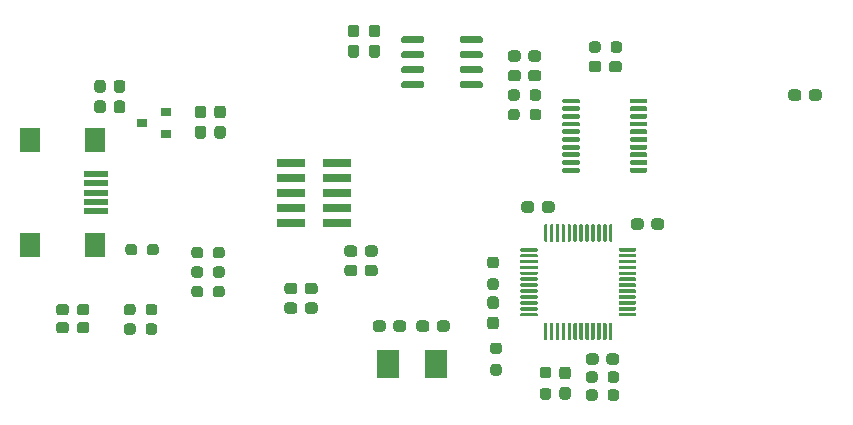
<source format=gtp>
G04 #@! TF.GenerationSoftware,KiCad,Pcbnew,(5.1.10)-1*
G04 #@! TF.CreationDate,2021-06-16T11:20:36+02:00*
G04 #@! TF.ProjectId,MSPBMP,4d535042-4d50-42e6-9b69-6361645f7063,rev?*
G04 #@! TF.SameCoordinates,Original*
G04 #@! TF.FileFunction,Paste,Top*
G04 #@! TF.FilePolarity,Positive*
%FSLAX46Y46*%
G04 Gerber Fmt 4.6, Leading zero omitted, Abs format (unit mm)*
G04 Created by KiCad (PCBNEW (5.1.10)-1) date 2021-06-16 11:20:36*
%MOMM*%
%LPD*%
G01*
G04 APERTURE LIST*
%ADD10R,1.700000X2.000000*%
%ADD11R,2.000000X0.500000*%
%ADD12R,1.900000X2.400000*%
%ADD13R,0.900000X0.800000*%
%ADD14R,2.400000X0.740000*%
G04 APERTURE END LIST*
D10*
X64968000Y-74300000D03*
X70418000Y-74300000D03*
X64968000Y-65400000D03*
X70418000Y-65400000D03*
D11*
X70518000Y-71450000D03*
X70518000Y-70650000D03*
X70518000Y-69850000D03*
X70518000Y-69050000D03*
X70518000Y-68250000D03*
D12*
X95232000Y-84328000D03*
X99332000Y-84328000D03*
G36*
G01*
X93289000Y-76691500D02*
X93289000Y-76216500D01*
G75*
G02*
X93526500Y-75979000I237500J0D01*
G01*
X94126500Y-75979000D01*
G75*
G02*
X94364000Y-76216500I0J-237500D01*
G01*
X94364000Y-76691500D01*
G75*
G02*
X94126500Y-76929000I-237500J0D01*
G01*
X93526500Y-76929000D01*
G75*
G02*
X93289000Y-76691500I0J237500D01*
G01*
G37*
G36*
G01*
X91564000Y-76691500D02*
X91564000Y-76216500D01*
G75*
G02*
X91801500Y-75979000I237500J0D01*
G01*
X92401500Y-75979000D01*
G75*
G02*
X92639000Y-76216500I0J-237500D01*
G01*
X92639000Y-76691500D01*
G75*
G02*
X92401500Y-76929000I-237500J0D01*
G01*
X91801500Y-76929000D01*
G75*
G02*
X91564000Y-76691500I0J237500D01*
G01*
G37*
G36*
G01*
X93289000Y-75040500D02*
X93289000Y-74565500D01*
G75*
G02*
X93526500Y-74328000I237500J0D01*
G01*
X94126500Y-74328000D01*
G75*
G02*
X94364000Y-74565500I0J-237500D01*
G01*
X94364000Y-75040500D01*
G75*
G02*
X94126500Y-75278000I-237500J0D01*
G01*
X93526500Y-75278000D01*
G75*
G02*
X93289000Y-75040500I0J237500D01*
G01*
G37*
G36*
G01*
X91564000Y-75040500D02*
X91564000Y-74565500D01*
G75*
G02*
X91801500Y-74328000I237500J0D01*
G01*
X92401500Y-74328000D01*
G75*
G02*
X92639000Y-74565500I0J-237500D01*
G01*
X92639000Y-75040500D01*
G75*
G02*
X92401500Y-75278000I-237500J0D01*
G01*
X91801500Y-75278000D01*
G75*
G02*
X91564000Y-75040500I0J237500D01*
G01*
G37*
G36*
G01*
X87559000Y-79391500D02*
X87559000Y-79866500D01*
G75*
G02*
X87321500Y-80104000I-237500J0D01*
G01*
X86721500Y-80104000D01*
G75*
G02*
X86484000Y-79866500I0J237500D01*
G01*
X86484000Y-79391500D01*
G75*
G02*
X86721500Y-79154000I237500J0D01*
G01*
X87321500Y-79154000D01*
G75*
G02*
X87559000Y-79391500I0J-237500D01*
G01*
G37*
G36*
G01*
X89284000Y-79391500D02*
X89284000Y-79866500D01*
G75*
G02*
X89046500Y-80104000I-237500J0D01*
G01*
X88446500Y-80104000D01*
G75*
G02*
X88209000Y-79866500I0J237500D01*
G01*
X88209000Y-79391500D01*
G75*
G02*
X88446500Y-79154000I237500J0D01*
G01*
X89046500Y-79154000D01*
G75*
G02*
X89284000Y-79391500I0J-237500D01*
G01*
G37*
G36*
G01*
X113240000Y-57293500D02*
X113240000Y-57768500D01*
G75*
G02*
X113002500Y-58006000I-237500J0D01*
G01*
X112502500Y-58006000D01*
G75*
G02*
X112265000Y-57768500I0J237500D01*
G01*
X112265000Y-57293500D01*
G75*
G02*
X112502500Y-57056000I237500J0D01*
G01*
X113002500Y-57056000D01*
G75*
G02*
X113240000Y-57293500I0J-237500D01*
G01*
G37*
G36*
G01*
X115065000Y-57293500D02*
X115065000Y-57768500D01*
G75*
G02*
X114827500Y-58006000I-237500J0D01*
G01*
X114327500Y-58006000D01*
G75*
G02*
X114090000Y-57768500I0J237500D01*
G01*
X114090000Y-57293500D01*
G75*
G02*
X114327500Y-57056000I237500J0D01*
G01*
X114827500Y-57056000D01*
G75*
G02*
X115065000Y-57293500I0J-237500D01*
G01*
G37*
G36*
G01*
X108347500Y-86404000D02*
X108822500Y-86404000D01*
G75*
G02*
X109060000Y-86641500I0J-237500D01*
G01*
X109060000Y-87141500D01*
G75*
G02*
X108822500Y-87379000I-237500J0D01*
G01*
X108347500Y-87379000D01*
G75*
G02*
X108110000Y-87141500I0J237500D01*
G01*
X108110000Y-86641500D01*
G75*
G02*
X108347500Y-86404000I237500J0D01*
G01*
G37*
G36*
G01*
X108347500Y-84579000D02*
X108822500Y-84579000D01*
G75*
G02*
X109060000Y-84816500I0J-237500D01*
G01*
X109060000Y-85316500D01*
G75*
G02*
X108822500Y-85554000I-237500J0D01*
G01*
X108347500Y-85554000D01*
G75*
G02*
X108110000Y-85316500I0J237500D01*
G01*
X108110000Y-84816500D01*
G75*
G02*
X108347500Y-84579000I237500J0D01*
G01*
G37*
G36*
G01*
X109998500Y-86304000D02*
X110473500Y-86304000D01*
G75*
G02*
X110711000Y-86541500I0J-237500D01*
G01*
X110711000Y-87141500D01*
G75*
G02*
X110473500Y-87379000I-237500J0D01*
G01*
X109998500Y-87379000D01*
G75*
G02*
X109761000Y-87141500I0J237500D01*
G01*
X109761000Y-86541500D01*
G75*
G02*
X109998500Y-86304000I237500J0D01*
G01*
G37*
G36*
G01*
X109998500Y-84579000D02*
X110473500Y-84579000D01*
G75*
G02*
X110711000Y-84816500I0J-237500D01*
G01*
X110711000Y-85416500D01*
G75*
G02*
X110473500Y-85654000I-237500J0D01*
G01*
X109998500Y-85654000D01*
G75*
G02*
X109761000Y-85416500I0J237500D01*
G01*
X109761000Y-84816500D01*
G75*
G02*
X109998500Y-84579000I237500J0D01*
G01*
G37*
G36*
G01*
X113836000Y-85708500D02*
X113836000Y-85233500D01*
G75*
G02*
X114073500Y-84996000I237500J0D01*
G01*
X114573500Y-84996000D01*
G75*
G02*
X114811000Y-85233500I0J-237500D01*
G01*
X114811000Y-85708500D01*
G75*
G02*
X114573500Y-85946000I-237500J0D01*
G01*
X114073500Y-85946000D01*
G75*
G02*
X113836000Y-85708500I0J237500D01*
G01*
G37*
G36*
G01*
X112011000Y-85708500D02*
X112011000Y-85233500D01*
G75*
G02*
X112248500Y-84996000I237500J0D01*
G01*
X112748500Y-84996000D01*
G75*
G02*
X112986000Y-85233500I0J-237500D01*
G01*
X112986000Y-85708500D01*
G75*
G02*
X112748500Y-85946000I-237500J0D01*
G01*
X112248500Y-85946000D01*
G75*
G02*
X112011000Y-85708500I0J237500D01*
G01*
G37*
G36*
G01*
X113836000Y-87232500D02*
X113836000Y-86757500D01*
G75*
G02*
X114073500Y-86520000I237500J0D01*
G01*
X114573500Y-86520000D01*
G75*
G02*
X114811000Y-86757500I0J-237500D01*
G01*
X114811000Y-87232500D01*
G75*
G02*
X114573500Y-87470000I-237500J0D01*
G01*
X114073500Y-87470000D01*
G75*
G02*
X113836000Y-87232500I0J237500D01*
G01*
G37*
G36*
G01*
X112011000Y-87232500D02*
X112011000Y-86757500D01*
G75*
G02*
X112248500Y-86520000I237500J0D01*
G01*
X112748500Y-86520000D01*
G75*
G02*
X112986000Y-86757500I0J-237500D01*
G01*
X112986000Y-87232500D01*
G75*
G02*
X112748500Y-87470000I-237500J0D01*
G01*
X112248500Y-87470000D01*
G75*
G02*
X112011000Y-87232500I0J237500D01*
G01*
G37*
G36*
G01*
X107850000Y-80337500D02*
X106525000Y-80337500D01*
G75*
G02*
X106450000Y-80262500I0J75000D01*
G01*
X106450000Y-80112500D01*
G75*
G02*
X106525000Y-80037500I75000J0D01*
G01*
X107850000Y-80037500D01*
G75*
G02*
X107925000Y-80112500I0J-75000D01*
G01*
X107925000Y-80262500D01*
G75*
G02*
X107850000Y-80337500I-75000J0D01*
G01*
G37*
G36*
G01*
X107850000Y-79837500D02*
X106525000Y-79837500D01*
G75*
G02*
X106450000Y-79762500I0J75000D01*
G01*
X106450000Y-79612500D01*
G75*
G02*
X106525000Y-79537500I75000J0D01*
G01*
X107850000Y-79537500D01*
G75*
G02*
X107925000Y-79612500I0J-75000D01*
G01*
X107925000Y-79762500D01*
G75*
G02*
X107850000Y-79837500I-75000J0D01*
G01*
G37*
G36*
G01*
X107850000Y-79337500D02*
X106525000Y-79337500D01*
G75*
G02*
X106450000Y-79262500I0J75000D01*
G01*
X106450000Y-79112500D01*
G75*
G02*
X106525000Y-79037500I75000J0D01*
G01*
X107850000Y-79037500D01*
G75*
G02*
X107925000Y-79112500I0J-75000D01*
G01*
X107925000Y-79262500D01*
G75*
G02*
X107850000Y-79337500I-75000J0D01*
G01*
G37*
G36*
G01*
X107850000Y-78837500D02*
X106525000Y-78837500D01*
G75*
G02*
X106450000Y-78762500I0J75000D01*
G01*
X106450000Y-78612500D01*
G75*
G02*
X106525000Y-78537500I75000J0D01*
G01*
X107850000Y-78537500D01*
G75*
G02*
X107925000Y-78612500I0J-75000D01*
G01*
X107925000Y-78762500D01*
G75*
G02*
X107850000Y-78837500I-75000J0D01*
G01*
G37*
G36*
G01*
X107850000Y-78337500D02*
X106525000Y-78337500D01*
G75*
G02*
X106450000Y-78262500I0J75000D01*
G01*
X106450000Y-78112500D01*
G75*
G02*
X106525000Y-78037500I75000J0D01*
G01*
X107850000Y-78037500D01*
G75*
G02*
X107925000Y-78112500I0J-75000D01*
G01*
X107925000Y-78262500D01*
G75*
G02*
X107850000Y-78337500I-75000J0D01*
G01*
G37*
G36*
G01*
X107850000Y-77837500D02*
X106525000Y-77837500D01*
G75*
G02*
X106450000Y-77762500I0J75000D01*
G01*
X106450000Y-77612500D01*
G75*
G02*
X106525000Y-77537500I75000J0D01*
G01*
X107850000Y-77537500D01*
G75*
G02*
X107925000Y-77612500I0J-75000D01*
G01*
X107925000Y-77762500D01*
G75*
G02*
X107850000Y-77837500I-75000J0D01*
G01*
G37*
G36*
G01*
X107850000Y-77337500D02*
X106525000Y-77337500D01*
G75*
G02*
X106450000Y-77262500I0J75000D01*
G01*
X106450000Y-77112500D01*
G75*
G02*
X106525000Y-77037500I75000J0D01*
G01*
X107850000Y-77037500D01*
G75*
G02*
X107925000Y-77112500I0J-75000D01*
G01*
X107925000Y-77262500D01*
G75*
G02*
X107850000Y-77337500I-75000J0D01*
G01*
G37*
G36*
G01*
X107850000Y-76837500D02*
X106525000Y-76837500D01*
G75*
G02*
X106450000Y-76762500I0J75000D01*
G01*
X106450000Y-76612500D01*
G75*
G02*
X106525000Y-76537500I75000J0D01*
G01*
X107850000Y-76537500D01*
G75*
G02*
X107925000Y-76612500I0J-75000D01*
G01*
X107925000Y-76762500D01*
G75*
G02*
X107850000Y-76837500I-75000J0D01*
G01*
G37*
G36*
G01*
X107850000Y-76337500D02*
X106525000Y-76337500D01*
G75*
G02*
X106450000Y-76262500I0J75000D01*
G01*
X106450000Y-76112500D01*
G75*
G02*
X106525000Y-76037500I75000J0D01*
G01*
X107850000Y-76037500D01*
G75*
G02*
X107925000Y-76112500I0J-75000D01*
G01*
X107925000Y-76262500D01*
G75*
G02*
X107850000Y-76337500I-75000J0D01*
G01*
G37*
G36*
G01*
X107850000Y-75837500D02*
X106525000Y-75837500D01*
G75*
G02*
X106450000Y-75762500I0J75000D01*
G01*
X106450000Y-75612500D01*
G75*
G02*
X106525000Y-75537500I75000J0D01*
G01*
X107850000Y-75537500D01*
G75*
G02*
X107925000Y-75612500I0J-75000D01*
G01*
X107925000Y-75762500D01*
G75*
G02*
X107850000Y-75837500I-75000J0D01*
G01*
G37*
G36*
G01*
X107850000Y-75337500D02*
X106525000Y-75337500D01*
G75*
G02*
X106450000Y-75262500I0J75000D01*
G01*
X106450000Y-75112500D01*
G75*
G02*
X106525000Y-75037500I75000J0D01*
G01*
X107850000Y-75037500D01*
G75*
G02*
X107925000Y-75112500I0J-75000D01*
G01*
X107925000Y-75262500D01*
G75*
G02*
X107850000Y-75337500I-75000J0D01*
G01*
G37*
G36*
G01*
X107850000Y-74837500D02*
X106525000Y-74837500D01*
G75*
G02*
X106450000Y-74762500I0J75000D01*
G01*
X106450000Y-74612500D01*
G75*
G02*
X106525000Y-74537500I75000J0D01*
G01*
X107850000Y-74537500D01*
G75*
G02*
X107925000Y-74612500I0J-75000D01*
G01*
X107925000Y-74762500D01*
G75*
G02*
X107850000Y-74837500I-75000J0D01*
G01*
G37*
G36*
G01*
X108675000Y-74012500D02*
X108525000Y-74012500D01*
G75*
G02*
X108450000Y-73937500I0J75000D01*
G01*
X108450000Y-72612500D01*
G75*
G02*
X108525000Y-72537500I75000J0D01*
G01*
X108675000Y-72537500D01*
G75*
G02*
X108750000Y-72612500I0J-75000D01*
G01*
X108750000Y-73937500D01*
G75*
G02*
X108675000Y-74012500I-75000J0D01*
G01*
G37*
G36*
G01*
X109175000Y-74012500D02*
X109025000Y-74012500D01*
G75*
G02*
X108950000Y-73937500I0J75000D01*
G01*
X108950000Y-72612500D01*
G75*
G02*
X109025000Y-72537500I75000J0D01*
G01*
X109175000Y-72537500D01*
G75*
G02*
X109250000Y-72612500I0J-75000D01*
G01*
X109250000Y-73937500D01*
G75*
G02*
X109175000Y-74012500I-75000J0D01*
G01*
G37*
G36*
G01*
X109675000Y-74012500D02*
X109525000Y-74012500D01*
G75*
G02*
X109450000Y-73937500I0J75000D01*
G01*
X109450000Y-72612500D01*
G75*
G02*
X109525000Y-72537500I75000J0D01*
G01*
X109675000Y-72537500D01*
G75*
G02*
X109750000Y-72612500I0J-75000D01*
G01*
X109750000Y-73937500D01*
G75*
G02*
X109675000Y-74012500I-75000J0D01*
G01*
G37*
G36*
G01*
X110175000Y-74012500D02*
X110025000Y-74012500D01*
G75*
G02*
X109950000Y-73937500I0J75000D01*
G01*
X109950000Y-72612500D01*
G75*
G02*
X110025000Y-72537500I75000J0D01*
G01*
X110175000Y-72537500D01*
G75*
G02*
X110250000Y-72612500I0J-75000D01*
G01*
X110250000Y-73937500D01*
G75*
G02*
X110175000Y-74012500I-75000J0D01*
G01*
G37*
G36*
G01*
X110675000Y-74012500D02*
X110525000Y-74012500D01*
G75*
G02*
X110450000Y-73937500I0J75000D01*
G01*
X110450000Y-72612500D01*
G75*
G02*
X110525000Y-72537500I75000J0D01*
G01*
X110675000Y-72537500D01*
G75*
G02*
X110750000Y-72612500I0J-75000D01*
G01*
X110750000Y-73937500D01*
G75*
G02*
X110675000Y-74012500I-75000J0D01*
G01*
G37*
G36*
G01*
X111175000Y-74012500D02*
X111025000Y-74012500D01*
G75*
G02*
X110950000Y-73937500I0J75000D01*
G01*
X110950000Y-72612500D01*
G75*
G02*
X111025000Y-72537500I75000J0D01*
G01*
X111175000Y-72537500D01*
G75*
G02*
X111250000Y-72612500I0J-75000D01*
G01*
X111250000Y-73937500D01*
G75*
G02*
X111175000Y-74012500I-75000J0D01*
G01*
G37*
G36*
G01*
X111675000Y-74012500D02*
X111525000Y-74012500D01*
G75*
G02*
X111450000Y-73937500I0J75000D01*
G01*
X111450000Y-72612500D01*
G75*
G02*
X111525000Y-72537500I75000J0D01*
G01*
X111675000Y-72537500D01*
G75*
G02*
X111750000Y-72612500I0J-75000D01*
G01*
X111750000Y-73937500D01*
G75*
G02*
X111675000Y-74012500I-75000J0D01*
G01*
G37*
G36*
G01*
X112175000Y-74012500D02*
X112025000Y-74012500D01*
G75*
G02*
X111950000Y-73937500I0J75000D01*
G01*
X111950000Y-72612500D01*
G75*
G02*
X112025000Y-72537500I75000J0D01*
G01*
X112175000Y-72537500D01*
G75*
G02*
X112250000Y-72612500I0J-75000D01*
G01*
X112250000Y-73937500D01*
G75*
G02*
X112175000Y-74012500I-75000J0D01*
G01*
G37*
G36*
G01*
X112675000Y-74012500D02*
X112525000Y-74012500D01*
G75*
G02*
X112450000Y-73937500I0J75000D01*
G01*
X112450000Y-72612500D01*
G75*
G02*
X112525000Y-72537500I75000J0D01*
G01*
X112675000Y-72537500D01*
G75*
G02*
X112750000Y-72612500I0J-75000D01*
G01*
X112750000Y-73937500D01*
G75*
G02*
X112675000Y-74012500I-75000J0D01*
G01*
G37*
G36*
G01*
X113175000Y-74012500D02*
X113025000Y-74012500D01*
G75*
G02*
X112950000Y-73937500I0J75000D01*
G01*
X112950000Y-72612500D01*
G75*
G02*
X113025000Y-72537500I75000J0D01*
G01*
X113175000Y-72537500D01*
G75*
G02*
X113250000Y-72612500I0J-75000D01*
G01*
X113250000Y-73937500D01*
G75*
G02*
X113175000Y-74012500I-75000J0D01*
G01*
G37*
G36*
G01*
X113675000Y-74012500D02*
X113525000Y-74012500D01*
G75*
G02*
X113450000Y-73937500I0J75000D01*
G01*
X113450000Y-72612500D01*
G75*
G02*
X113525000Y-72537500I75000J0D01*
G01*
X113675000Y-72537500D01*
G75*
G02*
X113750000Y-72612500I0J-75000D01*
G01*
X113750000Y-73937500D01*
G75*
G02*
X113675000Y-74012500I-75000J0D01*
G01*
G37*
G36*
G01*
X114175000Y-74012500D02*
X114025000Y-74012500D01*
G75*
G02*
X113950000Y-73937500I0J75000D01*
G01*
X113950000Y-72612500D01*
G75*
G02*
X114025000Y-72537500I75000J0D01*
G01*
X114175000Y-72537500D01*
G75*
G02*
X114250000Y-72612500I0J-75000D01*
G01*
X114250000Y-73937500D01*
G75*
G02*
X114175000Y-74012500I-75000J0D01*
G01*
G37*
G36*
G01*
X116175000Y-74837500D02*
X114850000Y-74837500D01*
G75*
G02*
X114775000Y-74762500I0J75000D01*
G01*
X114775000Y-74612500D01*
G75*
G02*
X114850000Y-74537500I75000J0D01*
G01*
X116175000Y-74537500D01*
G75*
G02*
X116250000Y-74612500I0J-75000D01*
G01*
X116250000Y-74762500D01*
G75*
G02*
X116175000Y-74837500I-75000J0D01*
G01*
G37*
G36*
G01*
X116175000Y-75337500D02*
X114850000Y-75337500D01*
G75*
G02*
X114775000Y-75262500I0J75000D01*
G01*
X114775000Y-75112500D01*
G75*
G02*
X114850000Y-75037500I75000J0D01*
G01*
X116175000Y-75037500D01*
G75*
G02*
X116250000Y-75112500I0J-75000D01*
G01*
X116250000Y-75262500D01*
G75*
G02*
X116175000Y-75337500I-75000J0D01*
G01*
G37*
G36*
G01*
X116175000Y-75837500D02*
X114850000Y-75837500D01*
G75*
G02*
X114775000Y-75762500I0J75000D01*
G01*
X114775000Y-75612500D01*
G75*
G02*
X114850000Y-75537500I75000J0D01*
G01*
X116175000Y-75537500D01*
G75*
G02*
X116250000Y-75612500I0J-75000D01*
G01*
X116250000Y-75762500D01*
G75*
G02*
X116175000Y-75837500I-75000J0D01*
G01*
G37*
G36*
G01*
X116175000Y-76337500D02*
X114850000Y-76337500D01*
G75*
G02*
X114775000Y-76262500I0J75000D01*
G01*
X114775000Y-76112500D01*
G75*
G02*
X114850000Y-76037500I75000J0D01*
G01*
X116175000Y-76037500D01*
G75*
G02*
X116250000Y-76112500I0J-75000D01*
G01*
X116250000Y-76262500D01*
G75*
G02*
X116175000Y-76337500I-75000J0D01*
G01*
G37*
G36*
G01*
X116175000Y-76837500D02*
X114850000Y-76837500D01*
G75*
G02*
X114775000Y-76762500I0J75000D01*
G01*
X114775000Y-76612500D01*
G75*
G02*
X114850000Y-76537500I75000J0D01*
G01*
X116175000Y-76537500D01*
G75*
G02*
X116250000Y-76612500I0J-75000D01*
G01*
X116250000Y-76762500D01*
G75*
G02*
X116175000Y-76837500I-75000J0D01*
G01*
G37*
G36*
G01*
X116175000Y-77337500D02*
X114850000Y-77337500D01*
G75*
G02*
X114775000Y-77262500I0J75000D01*
G01*
X114775000Y-77112500D01*
G75*
G02*
X114850000Y-77037500I75000J0D01*
G01*
X116175000Y-77037500D01*
G75*
G02*
X116250000Y-77112500I0J-75000D01*
G01*
X116250000Y-77262500D01*
G75*
G02*
X116175000Y-77337500I-75000J0D01*
G01*
G37*
G36*
G01*
X116175000Y-77837500D02*
X114850000Y-77837500D01*
G75*
G02*
X114775000Y-77762500I0J75000D01*
G01*
X114775000Y-77612500D01*
G75*
G02*
X114850000Y-77537500I75000J0D01*
G01*
X116175000Y-77537500D01*
G75*
G02*
X116250000Y-77612500I0J-75000D01*
G01*
X116250000Y-77762500D01*
G75*
G02*
X116175000Y-77837500I-75000J0D01*
G01*
G37*
G36*
G01*
X116175000Y-78337500D02*
X114850000Y-78337500D01*
G75*
G02*
X114775000Y-78262500I0J75000D01*
G01*
X114775000Y-78112500D01*
G75*
G02*
X114850000Y-78037500I75000J0D01*
G01*
X116175000Y-78037500D01*
G75*
G02*
X116250000Y-78112500I0J-75000D01*
G01*
X116250000Y-78262500D01*
G75*
G02*
X116175000Y-78337500I-75000J0D01*
G01*
G37*
G36*
G01*
X116175000Y-78837500D02*
X114850000Y-78837500D01*
G75*
G02*
X114775000Y-78762500I0J75000D01*
G01*
X114775000Y-78612500D01*
G75*
G02*
X114850000Y-78537500I75000J0D01*
G01*
X116175000Y-78537500D01*
G75*
G02*
X116250000Y-78612500I0J-75000D01*
G01*
X116250000Y-78762500D01*
G75*
G02*
X116175000Y-78837500I-75000J0D01*
G01*
G37*
G36*
G01*
X116175000Y-79337500D02*
X114850000Y-79337500D01*
G75*
G02*
X114775000Y-79262500I0J75000D01*
G01*
X114775000Y-79112500D01*
G75*
G02*
X114850000Y-79037500I75000J0D01*
G01*
X116175000Y-79037500D01*
G75*
G02*
X116250000Y-79112500I0J-75000D01*
G01*
X116250000Y-79262500D01*
G75*
G02*
X116175000Y-79337500I-75000J0D01*
G01*
G37*
G36*
G01*
X116175000Y-79837500D02*
X114850000Y-79837500D01*
G75*
G02*
X114775000Y-79762500I0J75000D01*
G01*
X114775000Y-79612500D01*
G75*
G02*
X114850000Y-79537500I75000J0D01*
G01*
X116175000Y-79537500D01*
G75*
G02*
X116250000Y-79612500I0J-75000D01*
G01*
X116250000Y-79762500D01*
G75*
G02*
X116175000Y-79837500I-75000J0D01*
G01*
G37*
G36*
G01*
X116175000Y-80337500D02*
X114850000Y-80337500D01*
G75*
G02*
X114775000Y-80262500I0J75000D01*
G01*
X114775000Y-80112500D01*
G75*
G02*
X114850000Y-80037500I75000J0D01*
G01*
X116175000Y-80037500D01*
G75*
G02*
X116250000Y-80112500I0J-75000D01*
G01*
X116250000Y-80262500D01*
G75*
G02*
X116175000Y-80337500I-75000J0D01*
G01*
G37*
G36*
G01*
X114175000Y-82337500D02*
X114025000Y-82337500D01*
G75*
G02*
X113950000Y-82262500I0J75000D01*
G01*
X113950000Y-80937500D01*
G75*
G02*
X114025000Y-80862500I75000J0D01*
G01*
X114175000Y-80862500D01*
G75*
G02*
X114250000Y-80937500I0J-75000D01*
G01*
X114250000Y-82262500D01*
G75*
G02*
X114175000Y-82337500I-75000J0D01*
G01*
G37*
G36*
G01*
X113675000Y-82337500D02*
X113525000Y-82337500D01*
G75*
G02*
X113450000Y-82262500I0J75000D01*
G01*
X113450000Y-80937500D01*
G75*
G02*
X113525000Y-80862500I75000J0D01*
G01*
X113675000Y-80862500D01*
G75*
G02*
X113750000Y-80937500I0J-75000D01*
G01*
X113750000Y-82262500D01*
G75*
G02*
X113675000Y-82337500I-75000J0D01*
G01*
G37*
G36*
G01*
X113175000Y-82337500D02*
X113025000Y-82337500D01*
G75*
G02*
X112950000Y-82262500I0J75000D01*
G01*
X112950000Y-80937500D01*
G75*
G02*
X113025000Y-80862500I75000J0D01*
G01*
X113175000Y-80862500D01*
G75*
G02*
X113250000Y-80937500I0J-75000D01*
G01*
X113250000Y-82262500D01*
G75*
G02*
X113175000Y-82337500I-75000J0D01*
G01*
G37*
G36*
G01*
X112675000Y-82337500D02*
X112525000Y-82337500D01*
G75*
G02*
X112450000Y-82262500I0J75000D01*
G01*
X112450000Y-80937500D01*
G75*
G02*
X112525000Y-80862500I75000J0D01*
G01*
X112675000Y-80862500D01*
G75*
G02*
X112750000Y-80937500I0J-75000D01*
G01*
X112750000Y-82262500D01*
G75*
G02*
X112675000Y-82337500I-75000J0D01*
G01*
G37*
G36*
G01*
X112175000Y-82337500D02*
X112025000Y-82337500D01*
G75*
G02*
X111950000Y-82262500I0J75000D01*
G01*
X111950000Y-80937500D01*
G75*
G02*
X112025000Y-80862500I75000J0D01*
G01*
X112175000Y-80862500D01*
G75*
G02*
X112250000Y-80937500I0J-75000D01*
G01*
X112250000Y-82262500D01*
G75*
G02*
X112175000Y-82337500I-75000J0D01*
G01*
G37*
G36*
G01*
X111675000Y-82337500D02*
X111525000Y-82337500D01*
G75*
G02*
X111450000Y-82262500I0J75000D01*
G01*
X111450000Y-80937500D01*
G75*
G02*
X111525000Y-80862500I75000J0D01*
G01*
X111675000Y-80862500D01*
G75*
G02*
X111750000Y-80937500I0J-75000D01*
G01*
X111750000Y-82262500D01*
G75*
G02*
X111675000Y-82337500I-75000J0D01*
G01*
G37*
G36*
G01*
X111175000Y-82337500D02*
X111025000Y-82337500D01*
G75*
G02*
X110950000Y-82262500I0J75000D01*
G01*
X110950000Y-80937500D01*
G75*
G02*
X111025000Y-80862500I75000J0D01*
G01*
X111175000Y-80862500D01*
G75*
G02*
X111250000Y-80937500I0J-75000D01*
G01*
X111250000Y-82262500D01*
G75*
G02*
X111175000Y-82337500I-75000J0D01*
G01*
G37*
G36*
G01*
X110675000Y-82337500D02*
X110525000Y-82337500D01*
G75*
G02*
X110450000Y-82262500I0J75000D01*
G01*
X110450000Y-80937500D01*
G75*
G02*
X110525000Y-80862500I75000J0D01*
G01*
X110675000Y-80862500D01*
G75*
G02*
X110750000Y-80937500I0J-75000D01*
G01*
X110750000Y-82262500D01*
G75*
G02*
X110675000Y-82337500I-75000J0D01*
G01*
G37*
G36*
G01*
X110175000Y-82337500D02*
X110025000Y-82337500D01*
G75*
G02*
X109950000Y-82262500I0J75000D01*
G01*
X109950000Y-80937500D01*
G75*
G02*
X110025000Y-80862500I75000J0D01*
G01*
X110175000Y-80862500D01*
G75*
G02*
X110250000Y-80937500I0J-75000D01*
G01*
X110250000Y-82262500D01*
G75*
G02*
X110175000Y-82337500I-75000J0D01*
G01*
G37*
G36*
G01*
X109675000Y-82337500D02*
X109525000Y-82337500D01*
G75*
G02*
X109450000Y-82262500I0J75000D01*
G01*
X109450000Y-80937500D01*
G75*
G02*
X109525000Y-80862500I75000J0D01*
G01*
X109675000Y-80862500D01*
G75*
G02*
X109750000Y-80937500I0J-75000D01*
G01*
X109750000Y-82262500D01*
G75*
G02*
X109675000Y-82337500I-75000J0D01*
G01*
G37*
G36*
G01*
X109175000Y-82337500D02*
X109025000Y-82337500D01*
G75*
G02*
X108950000Y-82262500I0J75000D01*
G01*
X108950000Y-80937500D01*
G75*
G02*
X109025000Y-80862500I75000J0D01*
G01*
X109175000Y-80862500D01*
G75*
G02*
X109250000Y-80937500I0J-75000D01*
G01*
X109250000Y-82262500D01*
G75*
G02*
X109175000Y-82337500I-75000J0D01*
G01*
G37*
G36*
G01*
X108675000Y-82337500D02*
X108525000Y-82337500D01*
G75*
G02*
X108450000Y-82262500I0J75000D01*
G01*
X108450000Y-80937500D01*
G75*
G02*
X108525000Y-80862500I75000J0D01*
G01*
X108675000Y-80862500D01*
G75*
G02*
X108750000Y-80937500I0J-75000D01*
G01*
X108750000Y-82262500D01*
G75*
G02*
X108675000Y-82337500I-75000J0D01*
G01*
G37*
G36*
G01*
X101322000Y-57046000D02*
X101322000Y-56746000D01*
G75*
G02*
X101472000Y-56596000I150000J0D01*
G01*
X103122000Y-56596000D01*
G75*
G02*
X103272000Y-56746000I0J-150000D01*
G01*
X103272000Y-57046000D01*
G75*
G02*
X103122000Y-57196000I-150000J0D01*
G01*
X101472000Y-57196000D01*
G75*
G02*
X101322000Y-57046000I0J150000D01*
G01*
G37*
G36*
G01*
X101322000Y-58316000D02*
X101322000Y-58016000D01*
G75*
G02*
X101472000Y-57866000I150000J0D01*
G01*
X103122000Y-57866000D01*
G75*
G02*
X103272000Y-58016000I0J-150000D01*
G01*
X103272000Y-58316000D01*
G75*
G02*
X103122000Y-58466000I-150000J0D01*
G01*
X101472000Y-58466000D01*
G75*
G02*
X101322000Y-58316000I0J150000D01*
G01*
G37*
G36*
G01*
X101322000Y-59586000D02*
X101322000Y-59286000D01*
G75*
G02*
X101472000Y-59136000I150000J0D01*
G01*
X103122000Y-59136000D01*
G75*
G02*
X103272000Y-59286000I0J-150000D01*
G01*
X103272000Y-59586000D01*
G75*
G02*
X103122000Y-59736000I-150000J0D01*
G01*
X101472000Y-59736000D01*
G75*
G02*
X101322000Y-59586000I0J150000D01*
G01*
G37*
G36*
G01*
X101322000Y-60856000D02*
X101322000Y-60556000D01*
G75*
G02*
X101472000Y-60406000I150000J0D01*
G01*
X103122000Y-60406000D01*
G75*
G02*
X103272000Y-60556000I0J-150000D01*
G01*
X103272000Y-60856000D01*
G75*
G02*
X103122000Y-61006000I-150000J0D01*
G01*
X101472000Y-61006000D01*
G75*
G02*
X101322000Y-60856000I0J150000D01*
G01*
G37*
G36*
G01*
X96372000Y-60856000D02*
X96372000Y-60556000D01*
G75*
G02*
X96522000Y-60406000I150000J0D01*
G01*
X98172000Y-60406000D01*
G75*
G02*
X98322000Y-60556000I0J-150000D01*
G01*
X98322000Y-60856000D01*
G75*
G02*
X98172000Y-61006000I-150000J0D01*
G01*
X96522000Y-61006000D01*
G75*
G02*
X96372000Y-60856000I0J150000D01*
G01*
G37*
G36*
G01*
X96372000Y-59586000D02*
X96372000Y-59286000D01*
G75*
G02*
X96522000Y-59136000I150000J0D01*
G01*
X98172000Y-59136000D01*
G75*
G02*
X98322000Y-59286000I0J-150000D01*
G01*
X98322000Y-59586000D01*
G75*
G02*
X98172000Y-59736000I-150000J0D01*
G01*
X96522000Y-59736000D01*
G75*
G02*
X96372000Y-59586000I0J150000D01*
G01*
G37*
G36*
G01*
X96372000Y-58316000D02*
X96372000Y-58016000D01*
G75*
G02*
X96522000Y-57866000I150000J0D01*
G01*
X98172000Y-57866000D01*
G75*
G02*
X98322000Y-58016000I0J-150000D01*
G01*
X98322000Y-58316000D01*
G75*
G02*
X98172000Y-58466000I-150000J0D01*
G01*
X96522000Y-58466000D01*
G75*
G02*
X96372000Y-58316000I0J150000D01*
G01*
G37*
G36*
G01*
X96372000Y-57046000D02*
X96372000Y-56746000D01*
G75*
G02*
X96522000Y-56596000I150000J0D01*
G01*
X98172000Y-56596000D01*
G75*
G02*
X98322000Y-56746000I0J-150000D01*
G01*
X98322000Y-57046000D01*
G75*
G02*
X98172000Y-57196000I-150000J0D01*
G01*
X96522000Y-57196000D01*
G75*
G02*
X96372000Y-57046000I0J150000D01*
G01*
G37*
G36*
G01*
X87559000Y-77740500D02*
X87559000Y-78215500D01*
G75*
G02*
X87321500Y-78453000I-237500J0D01*
G01*
X86721500Y-78453000D01*
G75*
G02*
X86484000Y-78215500I0J237500D01*
G01*
X86484000Y-77740500D01*
G75*
G02*
X86721500Y-77503000I237500J0D01*
G01*
X87321500Y-77503000D01*
G75*
G02*
X87559000Y-77740500I0J-237500D01*
G01*
G37*
G36*
G01*
X89284000Y-77740500D02*
X89284000Y-78215500D01*
G75*
G02*
X89046500Y-78453000I-237500J0D01*
G01*
X88446500Y-78453000D01*
G75*
G02*
X88209000Y-78215500I0J237500D01*
G01*
X88209000Y-77740500D01*
G75*
G02*
X88446500Y-77503000I237500J0D01*
G01*
X89046500Y-77503000D01*
G75*
G02*
X89284000Y-77740500I0J-237500D01*
G01*
G37*
G36*
G01*
X94344500Y-56698000D02*
X93869500Y-56698000D01*
G75*
G02*
X93632000Y-56460500I0J237500D01*
G01*
X93632000Y-55860500D01*
G75*
G02*
X93869500Y-55623000I237500J0D01*
G01*
X94344500Y-55623000D01*
G75*
G02*
X94582000Y-55860500I0J-237500D01*
G01*
X94582000Y-56460500D01*
G75*
G02*
X94344500Y-56698000I-237500J0D01*
G01*
G37*
G36*
G01*
X94344500Y-58423000D02*
X93869500Y-58423000D01*
G75*
G02*
X93632000Y-58185500I0J237500D01*
G01*
X93632000Y-57585500D01*
G75*
G02*
X93869500Y-57348000I237500J0D01*
G01*
X94344500Y-57348000D01*
G75*
G02*
X94582000Y-57585500I0J-237500D01*
G01*
X94582000Y-58185500D01*
G75*
G02*
X94344500Y-58423000I-237500J0D01*
G01*
G37*
G36*
G01*
X130881000Y-61832500D02*
X130881000Y-61357500D01*
G75*
G02*
X131118500Y-61120000I237500J0D01*
G01*
X131718500Y-61120000D01*
G75*
G02*
X131956000Y-61357500I0J-237500D01*
G01*
X131956000Y-61832500D01*
G75*
G02*
X131718500Y-62070000I-237500J0D01*
G01*
X131118500Y-62070000D01*
G75*
G02*
X130881000Y-61832500I0J237500D01*
G01*
G37*
G36*
G01*
X129156000Y-61832500D02*
X129156000Y-61357500D01*
G75*
G02*
X129393500Y-61120000I237500J0D01*
G01*
X129993500Y-61120000D01*
G75*
G02*
X130231000Y-61357500I0J-237500D01*
G01*
X130231000Y-61832500D01*
G75*
G02*
X129993500Y-62070000I-237500J0D01*
G01*
X129393500Y-62070000D01*
G75*
G02*
X129156000Y-61832500I0J237500D01*
G01*
G37*
G36*
G01*
X107132000Y-58530500D02*
X107132000Y-58055500D01*
G75*
G02*
X107369500Y-57818000I237500J0D01*
G01*
X107969500Y-57818000D01*
G75*
G02*
X108207000Y-58055500I0J-237500D01*
G01*
X108207000Y-58530500D01*
G75*
G02*
X107969500Y-58768000I-237500J0D01*
G01*
X107369500Y-58768000D01*
G75*
G02*
X107132000Y-58530500I0J237500D01*
G01*
G37*
G36*
G01*
X105407000Y-58530500D02*
X105407000Y-58055500D01*
G75*
G02*
X105644500Y-57818000I237500J0D01*
G01*
X106244500Y-57818000D01*
G75*
G02*
X106482000Y-58055500I0J-237500D01*
G01*
X106482000Y-58530500D01*
G75*
G02*
X106244500Y-58768000I-237500J0D01*
G01*
X105644500Y-58768000D01*
G75*
G02*
X105407000Y-58530500I0J237500D01*
G01*
G37*
G36*
G01*
X113963500Y-59419500D02*
X113963500Y-58944500D01*
G75*
G02*
X114201000Y-58707000I237500J0D01*
G01*
X114801000Y-58707000D01*
G75*
G02*
X115038500Y-58944500I0J-237500D01*
G01*
X115038500Y-59419500D01*
G75*
G02*
X114801000Y-59657000I-237500J0D01*
G01*
X114201000Y-59657000D01*
G75*
G02*
X113963500Y-59419500I0J237500D01*
G01*
G37*
G36*
G01*
X112238500Y-59419500D02*
X112238500Y-58944500D01*
G75*
G02*
X112476000Y-58707000I237500J0D01*
G01*
X113076000Y-58707000D01*
G75*
G02*
X113313500Y-58944500I0J-237500D01*
G01*
X113313500Y-59419500D01*
G75*
G02*
X113076000Y-59657000I-237500J0D01*
G01*
X112476000Y-59657000D01*
G75*
G02*
X112238500Y-59419500I0J237500D01*
G01*
G37*
G36*
G01*
X95702000Y-81390500D02*
X95702000Y-80915500D01*
G75*
G02*
X95939500Y-80678000I237500J0D01*
G01*
X96539500Y-80678000D01*
G75*
G02*
X96777000Y-80915500I0J-237500D01*
G01*
X96777000Y-81390500D01*
G75*
G02*
X96539500Y-81628000I-237500J0D01*
G01*
X95939500Y-81628000D01*
G75*
G02*
X95702000Y-81390500I0J237500D01*
G01*
G37*
G36*
G01*
X93977000Y-81390500D02*
X93977000Y-80915500D01*
G75*
G02*
X94214500Y-80678000I237500J0D01*
G01*
X94814500Y-80678000D01*
G75*
G02*
X95052000Y-80915500I0J-237500D01*
G01*
X95052000Y-81390500D01*
G75*
G02*
X94814500Y-81628000I-237500J0D01*
G01*
X94214500Y-81628000D01*
G75*
G02*
X93977000Y-81390500I0J237500D01*
G01*
G37*
G36*
G01*
X98735000Y-80915500D02*
X98735000Y-81390500D01*
G75*
G02*
X98497500Y-81628000I-237500J0D01*
G01*
X97897500Y-81628000D01*
G75*
G02*
X97660000Y-81390500I0J237500D01*
G01*
X97660000Y-80915500D01*
G75*
G02*
X97897500Y-80678000I237500J0D01*
G01*
X98497500Y-80678000D01*
G75*
G02*
X98735000Y-80915500I0J-237500D01*
G01*
G37*
G36*
G01*
X100460000Y-80915500D02*
X100460000Y-81390500D01*
G75*
G02*
X100222500Y-81628000I-237500J0D01*
G01*
X99622500Y-81628000D01*
G75*
G02*
X99385000Y-81390500I0J237500D01*
G01*
X99385000Y-80915500D01*
G75*
G02*
X99622500Y-80678000I237500J0D01*
G01*
X100222500Y-80678000D01*
G75*
G02*
X100460000Y-80915500I0J-237500D01*
G01*
G37*
G36*
G01*
X117544900Y-72754500D02*
X117544900Y-72279500D01*
G75*
G02*
X117782400Y-72042000I237500J0D01*
G01*
X118382400Y-72042000D01*
G75*
G02*
X118619900Y-72279500I0J-237500D01*
G01*
X118619900Y-72754500D01*
G75*
G02*
X118382400Y-72992000I-237500J0D01*
G01*
X117782400Y-72992000D01*
G75*
G02*
X117544900Y-72754500I0J237500D01*
G01*
G37*
G36*
G01*
X115819900Y-72754500D02*
X115819900Y-72279500D01*
G75*
G02*
X116057400Y-72042000I237500J0D01*
G01*
X116657400Y-72042000D01*
G75*
G02*
X116894900Y-72279500I0J-237500D01*
G01*
X116894900Y-72754500D01*
G75*
G02*
X116657400Y-72992000I-237500J0D01*
G01*
X116057400Y-72992000D01*
G75*
G02*
X115819900Y-72754500I0J237500D01*
G01*
G37*
G36*
G01*
X108273900Y-71306700D02*
X108273900Y-70831700D01*
G75*
G02*
X108511400Y-70594200I237500J0D01*
G01*
X109111400Y-70594200D01*
G75*
G02*
X109348900Y-70831700I0J-237500D01*
G01*
X109348900Y-71306700D01*
G75*
G02*
X109111400Y-71544200I-237500J0D01*
G01*
X108511400Y-71544200D01*
G75*
G02*
X108273900Y-71306700I0J237500D01*
G01*
G37*
G36*
G01*
X106548900Y-71306700D02*
X106548900Y-70831700D01*
G75*
G02*
X106786400Y-70594200I237500J0D01*
G01*
X107386400Y-70594200D01*
G75*
G02*
X107623900Y-70831700I0J-237500D01*
G01*
X107623900Y-71306700D01*
G75*
G02*
X107386400Y-71544200I-237500J0D01*
G01*
X106786400Y-71544200D01*
G75*
G02*
X106548900Y-71306700I0J237500D01*
G01*
G37*
G36*
G01*
X104377500Y-79711500D02*
X103902500Y-79711500D01*
G75*
G02*
X103665000Y-79474000I0J237500D01*
G01*
X103665000Y-78874000D01*
G75*
G02*
X103902500Y-78636500I237500J0D01*
G01*
X104377500Y-78636500D01*
G75*
G02*
X104615000Y-78874000I0J-237500D01*
G01*
X104615000Y-79474000D01*
G75*
G02*
X104377500Y-79711500I-237500J0D01*
G01*
G37*
G36*
G01*
X104377500Y-81436500D02*
X103902500Y-81436500D01*
G75*
G02*
X103665000Y-81199000I0J237500D01*
G01*
X103665000Y-80599000D01*
G75*
G02*
X103902500Y-80361500I237500J0D01*
G01*
X104377500Y-80361500D01*
G75*
G02*
X104615000Y-80599000I0J-237500D01*
G01*
X104615000Y-81199000D01*
G75*
G02*
X104377500Y-81436500I-237500J0D01*
G01*
G37*
G36*
G01*
X113736000Y-84184500D02*
X113736000Y-83709500D01*
G75*
G02*
X113973500Y-83472000I237500J0D01*
G01*
X114573500Y-83472000D01*
G75*
G02*
X114811000Y-83709500I0J-237500D01*
G01*
X114811000Y-84184500D01*
G75*
G02*
X114573500Y-84422000I-237500J0D01*
G01*
X113973500Y-84422000D01*
G75*
G02*
X113736000Y-84184500I0J237500D01*
G01*
G37*
G36*
G01*
X112011000Y-84184500D02*
X112011000Y-83709500D01*
G75*
G02*
X112248500Y-83472000I237500J0D01*
G01*
X112848500Y-83472000D01*
G75*
G02*
X113086000Y-83709500I0J-237500D01*
G01*
X113086000Y-84184500D01*
G75*
G02*
X112848500Y-84422000I-237500J0D01*
G01*
X112248500Y-84422000D01*
G75*
G02*
X112011000Y-84184500I0J237500D01*
G01*
G37*
G36*
G01*
X80788500Y-64206000D02*
X81263500Y-64206000D01*
G75*
G02*
X81501000Y-64443500I0J-237500D01*
G01*
X81501000Y-65043500D01*
G75*
G02*
X81263500Y-65281000I-237500J0D01*
G01*
X80788500Y-65281000D01*
G75*
G02*
X80551000Y-65043500I0J237500D01*
G01*
X80551000Y-64443500D01*
G75*
G02*
X80788500Y-64206000I237500J0D01*
G01*
G37*
G36*
G01*
X80788500Y-62481000D02*
X81263500Y-62481000D01*
G75*
G02*
X81501000Y-62718500I0J-237500D01*
G01*
X81501000Y-63318500D01*
G75*
G02*
X81263500Y-63556000I-237500J0D01*
G01*
X80788500Y-63556000D01*
G75*
G02*
X80551000Y-63318500I0J237500D01*
G01*
X80551000Y-62718500D01*
G75*
G02*
X80788500Y-62481000I237500J0D01*
G01*
G37*
G36*
G01*
X72754500Y-61397000D02*
X72279500Y-61397000D01*
G75*
G02*
X72042000Y-61159500I0J237500D01*
G01*
X72042000Y-60559500D01*
G75*
G02*
X72279500Y-60322000I237500J0D01*
G01*
X72754500Y-60322000D01*
G75*
G02*
X72992000Y-60559500I0J-237500D01*
G01*
X72992000Y-61159500D01*
G75*
G02*
X72754500Y-61397000I-237500J0D01*
G01*
G37*
G36*
G01*
X72754500Y-63122000D02*
X72279500Y-63122000D01*
G75*
G02*
X72042000Y-62884500I0J237500D01*
G01*
X72042000Y-62284500D01*
G75*
G02*
X72279500Y-62047000I237500J0D01*
G01*
X72754500Y-62047000D01*
G75*
G02*
X72992000Y-62284500I0J-237500D01*
G01*
X72992000Y-62884500D01*
G75*
G02*
X72754500Y-63122000I-237500J0D01*
G01*
G37*
D13*
X74438000Y-63944500D03*
X76438000Y-62994500D03*
X76438000Y-64894500D03*
G36*
G01*
X115731500Y-62203000D02*
X115731500Y-62003000D01*
G75*
G02*
X115831500Y-61903000I100000J0D01*
G01*
X117106500Y-61903000D01*
G75*
G02*
X117206500Y-62003000I0J-100000D01*
G01*
X117206500Y-62203000D01*
G75*
G02*
X117106500Y-62303000I-100000J0D01*
G01*
X115831500Y-62303000D01*
G75*
G02*
X115731500Y-62203000I0J100000D01*
G01*
G37*
G36*
G01*
X115731500Y-62853000D02*
X115731500Y-62653000D01*
G75*
G02*
X115831500Y-62553000I100000J0D01*
G01*
X117106500Y-62553000D01*
G75*
G02*
X117206500Y-62653000I0J-100000D01*
G01*
X117206500Y-62853000D01*
G75*
G02*
X117106500Y-62953000I-100000J0D01*
G01*
X115831500Y-62953000D01*
G75*
G02*
X115731500Y-62853000I0J100000D01*
G01*
G37*
G36*
G01*
X115731500Y-63503000D02*
X115731500Y-63303000D01*
G75*
G02*
X115831500Y-63203000I100000J0D01*
G01*
X117106500Y-63203000D01*
G75*
G02*
X117206500Y-63303000I0J-100000D01*
G01*
X117206500Y-63503000D01*
G75*
G02*
X117106500Y-63603000I-100000J0D01*
G01*
X115831500Y-63603000D01*
G75*
G02*
X115731500Y-63503000I0J100000D01*
G01*
G37*
G36*
G01*
X115731500Y-64153000D02*
X115731500Y-63953000D01*
G75*
G02*
X115831500Y-63853000I100000J0D01*
G01*
X117106500Y-63853000D01*
G75*
G02*
X117206500Y-63953000I0J-100000D01*
G01*
X117206500Y-64153000D01*
G75*
G02*
X117106500Y-64253000I-100000J0D01*
G01*
X115831500Y-64253000D01*
G75*
G02*
X115731500Y-64153000I0J100000D01*
G01*
G37*
G36*
G01*
X115731500Y-64803000D02*
X115731500Y-64603000D01*
G75*
G02*
X115831500Y-64503000I100000J0D01*
G01*
X117106500Y-64503000D01*
G75*
G02*
X117206500Y-64603000I0J-100000D01*
G01*
X117206500Y-64803000D01*
G75*
G02*
X117106500Y-64903000I-100000J0D01*
G01*
X115831500Y-64903000D01*
G75*
G02*
X115731500Y-64803000I0J100000D01*
G01*
G37*
G36*
G01*
X115731500Y-65453000D02*
X115731500Y-65253000D01*
G75*
G02*
X115831500Y-65153000I100000J0D01*
G01*
X117106500Y-65153000D01*
G75*
G02*
X117206500Y-65253000I0J-100000D01*
G01*
X117206500Y-65453000D01*
G75*
G02*
X117106500Y-65553000I-100000J0D01*
G01*
X115831500Y-65553000D01*
G75*
G02*
X115731500Y-65453000I0J100000D01*
G01*
G37*
G36*
G01*
X115731500Y-66103000D02*
X115731500Y-65903000D01*
G75*
G02*
X115831500Y-65803000I100000J0D01*
G01*
X117106500Y-65803000D01*
G75*
G02*
X117206500Y-65903000I0J-100000D01*
G01*
X117206500Y-66103000D01*
G75*
G02*
X117106500Y-66203000I-100000J0D01*
G01*
X115831500Y-66203000D01*
G75*
G02*
X115731500Y-66103000I0J100000D01*
G01*
G37*
G36*
G01*
X115731500Y-66753000D02*
X115731500Y-66553000D01*
G75*
G02*
X115831500Y-66453000I100000J0D01*
G01*
X117106500Y-66453000D01*
G75*
G02*
X117206500Y-66553000I0J-100000D01*
G01*
X117206500Y-66753000D01*
G75*
G02*
X117106500Y-66853000I-100000J0D01*
G01*
X115831500Y-66853000D01*
G75*
G02*
X115731500Y-66753000I0J100000D01*
G01*
G37*
G36*
G01*
X115731500Y-67403000D02*
X115731500Y-67203000D01*
G75*
G02*
X115831500Y-67103000I100000J0D01*
G01*
X117106500Y-67103000D01*
G75*
G02*
X117206500Y-67203000I0J-100000D01*
G01*
X117206500Y-67403000D01*
G75*
G02*
X117106500Y-67503000I-100000J0D01*
G01*
X115831500Y-67503000D01*
G75*
G02*
X115731500Y-67403000I0J100000D01*
G01*
G37*
G36*
G01*
X115731500Y-68053000D02*
X115731500Y-67853000D01*
G75*
G02*
X115831500Y-67753000I100000J0D01*
G01*
X117106500Y-67753000D01*
G75*
G02*
X117206500Y-67853000I0J-100000D01*
G01*
X117206500Y-68053000D01*
G75*
G02*
X117106500Y-68153000I-100000J0D01*
G01*
X115831500Y-68153000D01*
G75*
G02*
X115731500Y-68053000I0J100000D01*
G01*
G37*
G36*
G01*
X110006500Y-68053000D02*
X110006500Y-67853000D01*
G75*
G02*
X110106500Y-67753000I100000J0D01*
G01*
X111381500Y-67753000D01*
G75*
G02*
X111481500Y-67853000I0J-100000D01*
G01*
X111481500Y-68053000D01*
G75*
G02*
X111381500Y-68153000I-100000J0D01*
G01*
X110106500Y-68153000D01*
G75*
G02*
X110006500Y-68053000I0J100000D01*
G01*
G37*
G36*
G01*
X110006500Y-67403000D02*
X110006500Y-67203000D01*
G75*
G02*
X110106500Y-67103000I100000J0D01*
G01*
X111381500Y-67103000D01*
G75*
G02*
X111481500Y-67203000I0J-100000D01*
G01*
X111481500Y-67403000D01*
G75*
G02*
X111381500Y-67503000I-100000J0D01*
G01*
X110106500Y-67503000D01*
G75*
G02*
X110006500Y-67403000I0J100000D01*
G01*
G37*
G36*
G01*
X110006500Y-66753000D02*
X110006500Y-66553000D01*
G75*
G02*
X110106500Y-66453000I100000J0D01*
G01*
X111381500Y-66453000D01*
G75*
G02*
X111481500Y-66553000I0J-100000D01*
G01*
X111481500Y-66753000D01*
G75*
G02*
X111381500Y-66853000I-100000J0D01*
G01*
X110106500Y-66853000D01*
G75*
G02*
X110006500Y-66753000I0J100000D01*
G01*
G37*
G36*
G01*
X110006500Y-66103000D02*
X110006500Y-65903000D01*
G75*
G02*
X110106500Y-65803000I100000J0D01*
G01*
X111381500Y-65803000D01*
G75*
G02*
X111481500Y-65903000I0J-100000D01*
G01*
X111481500Y-66103000D01*
G75*
G02*
X111381500Y-66203000I-100000J0D01*
G01*
X110106500Y-66203000D01*
G75*
G02*
X110006500Y-66103000I0J100000D01*
G01*
G37*
G36*
G01*
X110006500Y-65453000D02*
X110006500Y-65253000D01*
G75*
G02*
X110106500Y-65153000I100000J0D01*
G01*
X111381500Y-65153000D01*
G75*
G02*
X111481500Y-65253000I0J-100000D01*
G01*
X111481500Y-65453000D01*
G75*
G02*
X111381500Y-65553000I-100000J0D01*
G01*
X110106500Y-65553000D01*
G75*
G02*
X110006500Y-65453000I0J100000D01*
G01*
G37*
G36*
G01*
X110006500Y-64803000D02*
X110006500Y-64603000D01*
G75*
G02*
X110106500Y-64503000I100000J0D01*
G01*
X111381500Y-64503000D01*
G75*
G02*
X111481500Y-64603000I0J-100000D01*
G01*
X111481500Y-64803000D01*
G75*
G02*
X111381500Y-64903000I-100000J0D01*
G01*
X110106500Y-64903000D01*
G75*
G02*
X110006500Y-64803000I0J100000D01*
G01*
G37*
G36*
G01*
X110006500Y-64153000D02*
X110006500Y-63953000D01*
G75*
G02*
X110106500Y-63853000I100000J0D01*
G01*
X111381500Y-63853000D01*
G75*
G02*
X111481500Y-63953000I0J-100000D01*
G01*
X111481500Y-64153000D01*
G75*
G02*
X111381500Y-64253000I-100000J0D01*
G01*
X110106500Y-64253000D01*
G75*
G02*
X110006500Y-64153000I0J100000D01*
G01*
G37*
G36*
G01*
X110006500Y-63503000D02*
X110006500Y-63303000D01*
G75*
G02*
X110106500Y-63203000I100000J0D01*
G01*
X111381500Y-63203000D01*
G75*
G02*
X111481500Y-63303000I0J-100000D01*
G01*
X111481500Y-63503000D01*
G75*
G02*
X111381500Y-63603000I-100000J0D01*
G01*
X110106500Y-63603000D01*
G75*
G02*
X110006500Y-63503000I0J100000D01*
G01*
G37*
G36*
G01*
X110006500Y-62853000D02*
X110006500Y-62653000D01*
G75*
G02*
X110106500Y-62553000I100000J0D01*
G01*
X111381500Y-62553000D01*
G75*
G02*
X111481500Y-62653000I0J-100000D01*
G01*
X111481500Y-62853000D01*
G75*
G02*
X111381500Y-62953000I-100000J0D01*
G01*
X110106500Y-62953000D01*
G75*
G02*
X110006500Y-62853000I0J100000D01*
G01*
G37*
G36*
G01*
X110006500Y-62203000D02*
X110006500Y-62003000D01*
G75*
G02*
X110106500Y-61903000I100000J0D01*
G01*
X111381500Y-61903000D01*
G75*
G02*
X111481500Y-62003000I0J-100000D01*
G01*
X111481500Y-62203000D01*
G75*
G02*
X111381500Y-62303000I-100000J0D01*
G01*
X110106500Y-62303000D01*
G75*
G02*
X110006500Y-62203000I0J100000D01*
G01*
G37*
G36*
G01*
X107232000Y-63483500D02*
X107232000Y-63008500D01*
G75*
G02*
X107469500Y-62771000I237500J0D01*
G01*
X107969500Y-62771000D01*
G75*
G02*
X108207000Y-63008500I0J-237500D01*
G01*
X108207000Y-63483500D01*
G75*
G02*
X107969500Y-63721000I-237500J0D01*
G01*
X107469500Y-63721000D01*
G75*
G02*
X107232000Y-63483500I0J237500D01*
G01*
G37*
G36*
G01*
X105407000Y-63483500D02*
X105407000Y-63008500D01*
G75*
G02*
X105644500Y-62771000I237500J0D01*
G01*
X106144500Y-62771000D01*
G75*
G02*
X106382000Y-63008500I0J-237500D01*
G01*
X106382000Y-63483500D01*
G75*
G02*
X106144500Y-63721000I-237500J0D01*
G01*
X105644500Y-63721000D01*
G75*
G02*
X105407000Y-63483500I0J237500D01*
G01*
G37*
G36*
G01*
X107232000Y-61832500D02*
X107232000Y-61357500D01*
G75*
G02*
X107469500Y-61120000I237500J0D01*
G01*
X107969500Y-61120000D01*
G75*
G02*
X108207000Y-61357500I0J-237500D01*
G01*
X108207000Y-61832500D01*
G75*
G02*
X107969500Y-62070000I-237500J0D01*
G01*
X107469500Y-62070000D01*
G75*
G02*
X107232000Y-61832500I0J237500D01*
G01*
G37*
G36*
G01*
X105407000Y-61832500D02*
X105407000Y-61357500D01*
G75*
G02*
X105644500Y-61120000I237500J0D01*
G01*
X106144500Y-61120000D01*
G75*
G02*
X106382000Y-61357500I0J-237500D01*
G01*
X106382000Y-61832500D01*
G75*
G02*
X106144500Y-62070000I-237500J0D01*
G01*
X105644500Y-62070000D01*
G75*
G02*
X105407000Y-61832500I0J237500D01*
G01*
G37*
G36*
G01*
X104631500Y-83522000D02*
X104156500Y-83522000D01*
G75*
G02*
X103919000Y-83284500I0J237500D01*
G01*
X103919000Y-82784500D01*
G75*
G02*
X104156500Y-82547000I237500J0D01*
G01*
X104631500Y-82547000D01*
G75*
G02*
X104869000Y-82784500I0J-237500D01*
G01*
X104869000Y-83284500D01*
G75*
G02*
X104631500Y-83522000I-237500J0D01*
G01*
G37*
G36*
G01*
X104631500Y-85347000D02*
X104156500Y-85347000D01*
G75*
G02*
X103919000Y-85109500I0J237500D01*
G01*
X103919000Y-84609500D01*
G75*
G02*
X104156500Y-84372000I237500J0D01*
G01*
X104631500Y-84372000D01*
G75*
G02*
X104869000Y-84609500I0J-237500D01*
G01*
X104869000Y-85109500D01*
G75*
G02*
X104631500Y-85347000I-237500J0D01*
G01*
G37*
G36*
G01*
X104377500Y-76259500D02*
X103902500Y-76259500D01*
G75*
G02*
X103665000Y-76022000I0J237500D01*
G01*
X103665000Y-75522000D01*
G75*
G02*
X103902500Y-75284500I237500J0D01*
G01*
X104377500Y-75284500D01*
G75*
G02*
X104615000Y-75522000I0J-237500D01*
G01*
X104615000Y-76022000D01*
G75*
G02*
X104377500Y-76259500I-237500J0D01*
G01*
G37*
G36*
G01*
X104377500Y-78084500D02*
X103902500Y-78084500D01*
G75*
G02*
X103665000Y-77847000I0J237500D01*
G01*
X103665000Y-77347000D01*
G75*
G02*
X103902500Y-77109500I237500J0D01*
G01*
X104377500Y-77109500D01*
G75*
G02*
X104615000Y-77347000I0J-237500D01*
G01*
X104615000Y-77847000D01*
G75*
G02*
X104377500Y-78084500I-237500J0D01*
G01*
G37*
G36*
G01*
X74720000Y-81644500D02*
X74720000Y-81169500D01*
G75*
G02*
X74957500Y-80932000I237500J0D01*
G01*
X75457500Y-80932000D01*
G75*
G02*
X75695000Y-81169500I0J-237500D01*
G01*
X75695000Y-81644500D01*
G75*
G02*
X75457500Y-81882000I-237500J0D01*
G01*
X74957500Y-81882000D01*
G75*
G02*
X74720000Y-81644500I0J237500D01*
G01*
G37*
G36*
G01*
X72895000Y-81644500D02*
X72895000Y-81169500D01*
G75*
G02*
X73132500Y-80932000I237500J0D01*
G01*
X73632500Y-80932000D01*
G75*
G02*
X73870000Y-81169500I0J-237500D01*
G01*
X73870000Y-81644500D01*
G75*
G02*
X73632500Y-81882000I-237500J0D01*
G01*
X73132500Y-81882000D01*
G75*
G02*
X72895000Y-81644500I0J237500D01*
G01*
G37*
G36*
G01*
X74720000Y-79993500D02*
X74720000Y-79518500D01*
G75*
G02*
X74957500Y-79281000I237500J0D01*
G01*
X75457500Y-79281000D01*
G75*
G02*
X75695000Y-79518500I0J-237500D01*
G01*
X75695000Y-79993500D01*
G75*
G02*
X75457500Y-80231000I-237500J0D01*
G01*
X74957500Y-80231000D01*
G75*
G02*
X74720000Y-79993500I0J237500D01*
G01*
G37*
G36*
G01*
X72895000Y-79993500D02*
X72895000Y-79518500D01*
G75*
G02*
X73132500Y-79281000I237500J0D01*
G01*
X73632500Y-79281000D01*
G75*
G02*
X73870000Y-79518500I0J-237500D01*
G01*
X73870000Y-79993500D01*
G75*
G02*
X73632500Y-80231000I-237500J0D01*
G01*
X73132500Y-80231000D01*
G75*
G02*
X72895000Y-79993500I0J237500D01*
G01*
G37*
G36*
G01*
X79585000Y-74692500D02*
X79585000Y-75167500D01*
G75*
G02*
X79347500Y-75405000I-237500J0D01*
G01*
X78847500Y-75405000D01*
G75*
G02*
X78610000Y-75167500I0J237500D01*
G01*
X78610000Y-74692500D01*
G75*
G02*
X78847500Y-74455000I237500J0D01*
G01*
X79347500Y-74455000D01*
G75*
G02*
X79585000Y-74692500I0J-237500D01*
G01*
G37*
G36*
G01*
X81410000Y-74692500D02*
X81410000Y-75167500D01*
G75*
G02*
X81172500Y-75405000I-237500J0D01*
G01*
X80672500Y-75405000D01*
G75*
G02*
X80435000Y-75167500I0J237500D01*
G01*
X80435000Y-74692500D01*
G75*
G02*
X80672500Y-74455000I237500J0D01*
G01*
X81172500Y-74455000D01*
G75*
G02*
X81410000Y-74692500I0J-237500D01*
G01*
G37*
G36*
G01*
X79585000Y-76343500D02*
X79585000Y-76818500D01*
G75*
G02*
X79347500Y-77056000I-237500J0D01*
G01*
X78847500Y-77056000D01*
G75*
G02*
X78610000Y-76818500I0J237500D01*
G01*
X78610000Y-76343500D01*
G75*
G02*
X78847500Y-76106000I237500J0D01*
G01*
X79347500Y-76106000D01*
G75*
G02*
X79585000Y-76343500I0J-237500D01*
G01*
G37*
G36*
G01*
X81410000Y-76343500D02*
X81410000Y-76818500D01*
G75*
G02*
X81172500Y-77056000I-237500J0D01*
G01*
X80672500Y-77056000D01*
G75*
G02*
X80435000Y-76818500I0J237500D01*
G01*
X80435000Y-76343500D01*
G75*
G02*
X80672500Y-76106000I237500J0D01*
G01*
X81172500Y-76106000D01*
G75*
G02*
X81410000Y-76343500I0J-237500D01*
G01*
G37*
G36*
G01*
X80435000Y-78469500D02*
X80435000Y-77994500D01*
G75*
G02*
X80672500Y-77757000I237500J0D01*
G01*
X81172500Y-77757000D01*
G75*
G02*
X81410000Y-77994500I0J-237500D01*
G01*
X81410000Y-78469500D01*
G75*
G02*
X81172500Y-78707000I-237500J0D01*
G01*
X80672500Y-78707000D01*
G75*
G02*
X80435000Y-78469500I0J237500D01*
G01*
G37*
G36*
G01*
X78610000Y-78469500D02*
X78610000Y-77994500D01*
G75*
G02*
X78847500Y-77757000I237500J0D01*
G01*
X79347500Y-77757000D01*
G75*
G02*
X79585000Y-77994500I0J-237500D01*
G01*
X79585000Y-78469500D01*
G75*
G02*
X79347500Y-78707000I-237500J0D01*
G01*
X78847500Y-78707000D01*
G75*
G02*
X78610000Y-78469500I0J237500D01*
G01*
G37*
G36*
G01*
X73997000Y-74438500D02*
X73997000Y-74913500D01*
G75*
G02*
X73759500Y-75151000I-237500J0D01*
G01*
X73259500Y-75151000D01*
G75*
G02*
X73022000Y-74913500I0J237500D01*
G01*
X73022000Y-74438500D01*
G75*
G02*
X73259500Y-74201000I237500J0D01*
G01*
X73759500Y-74201000D01*
G75*
G02*
X73997000Y-74438500I0J-237500D01*
G01*
G37*
G36*
G01*
X75822000Y-74438500D02*
X75822000Y-74913500D01*
G75*
G02*
X75584500Y-75151000I-237500J0D01*
G01*
X75084500Y-75151000D01*
G75*
G02*
X74847000Y-74913500I0J237500D01*
G01*
X74847000Y-74438500D01*
G75*
G02*
X75084500Y-74201000I237500J0D01*
G01*
X75584500Y-74201000D01*
G75*
G02*
X75822000Y-74438500I0J-237500D01*
G01*
G37*
D14*
X90895000Y-72390000D03*
X86995000Y-72390000D03*
X90895000Y-71120000D03*
X86995000Y-71120000D03*
X90895000Y-69850000D03*
X86995000Y-69850000D03*
X90895000Y-68580000D03*
X86995000Y-68580000D03*
X90895000Y-67310000D03*
X86995000Y-67310000D03*
G36*
G01*
X68216000Y-81042500D02*
X68216000Y-81517500D01*
G75*
G02*
X67978500Y-81755000I-237500J0D01*
G01*
X67403500Y-81755000D01*
G75*
G02*
X67166000Y-81517500I0J237500D01*
G01*
X67166000Y-81042500D01*
G75*
G02*
X67403500Y-80805000I237500J0D01*
G01*
X67978500Y-80805000D01*
G75*
G02*
X68216000Y-81042500I0J-237500D01*
G01*
G37*
G36*
G01*
X69966000Y-81042500D02*
X69966000Y-81517500D01*
G75*
G02*
X69728500Y-81755000I-237500J0D01*
G01*
X69153500Y-81755000D01*
G75*
G02*
X68916000Y-81517500I0J237500D01*
G01*
X68916000Y-81042500D01*
G75*
G02*
X69153500Y-80805000I237500J0D01*
G01*
X69728500Y-80805000D01*
G75*
G02*
X69966000Y-81042500I0J-237500D01*
G01*
G37*
G36*
G01*
X68216000Y-79518500D02*
X68216000Y-79993500D01*
G75*
G02*
X67978500Y-80231000I-237500J0D01*
G01*
X67403500Y-80231000D01*
G75*
G02*
X67166000Y-79993500I0J237500D01*
G01*
X67166000Y-79518500D01*
G75*
G02*
X67403500Y-79281000I237500J0D01*
G01*
X67978500Y-79281000D01*
G75*
G02*
X68216000Y-79518500I0J-237500D01*
G01*
G37*
G36*
G01*
X69966000Y-79518500D02*
X69966000Y-79993500D01*
G75*
G02*
X69728500Y-80231000I-237500J0D01*
G01*
X69153500Y-80231000D01*
G75*
G02*
X68916000Y-79993500I0J237500D01*
G01*
X68916000Y-79518500D01*
G75*
G02*
X69153500Y-79281000I237500J0D01*
G01*
X69728500Y-79281000D01*
G75*
G02*
X69966000Y-79518500I0J-237500D01*
G01*
G37*
G36*
G01*
X92091500Y-57348000D02*
X92566500Y-57348000D01*
G75*
G02*
X92804000Y-57585500I0J-237500D01*
G01*
X92804000Y-58185500D01*
G75*
G02*
X92566500Y-58423000I-237500J0D01*
G01*
X92091500Y-58423000D01*
G75*
G02*
X91854000Y-58185500I0J237500D01*
G01*
X91854000Y-57585500D01*
G75*
G02*
X92091500Y-57348000I237500J0D01*
G01*
G37*
G36*
G01*
X92091500Y-55623000D02*
X92566500Y-55623000D01*
G75*
G02*
X92804000Y-55860500I0J-237500D01*
G01*
X92804000Y-56460500D01*
G75*
G02*
X92566500Y-56698000I-237500J0D01*
G01*
X92091500Y-56698000D01*
G75*
G02*
X91854000Y-56460500I0J237500D01*
G01*
X91854000Y-55860500D01*
G75*
G02*
X92091500Y-55623000I237500J0D01*
G01*
G37*
G36*
G01*
X107132000Y-60181500D02*
X107132000Y-59706500D01*
G75*
G02*
X107369500Y-59469000I237500J0D01*
G01*
X107969500Y-59469000D01*
G75*
G02*
X108207000Y-59706500I0J-237500D01*
G01*
X108207000Y-60181500D01*
G75*
G02*
X107969500Y-60419000I-237500J0D01*
G01*
X107369500Y-60419000D01*
G75*
G02*
X107132000Y-60181500I0J237500D01*
G01*
G37*
G36*
G01*
X105407000Y-60181500D02*
X105407000Y-59706500D01*
G75*
G02*
X105644500Y-59469000I237500J0D01*
G01*
X106244500Y-59469000D01*
G75*
G02*
X106482000Y-59706500I0J-237500D01*
G01*
X106482000Y-60181500D01*
G75*
G02*
X106244500Y-60419000I-237500J0D01*
G01*
X105644500Y-60419000D01*
G75*
G02*
X105407000Y-60181500I0J237500D01*
G01*
G37*
G36*
G01*
X79137500Y-64206000D02*
X79612500Y-64206000D01*
G75*
G02*
X79850000Y-64443500I0J-237500D01*
G01*
X79850000Y-65043500D01*
G75*
G02*
X79612500Y-65281000I-237500J0D01*
G01*
X79137500Y-65281000D01*
G75*
G02*
X78900000Y-65043500I0J237500D01*
G01*
X78900000Y-64443500D01*
G75*
G02*
X79137500Y-64206000I237500J0D01*
G01*
G37*
G36*
G01*
X79137500Y-62481000D02*
X79612500Y-62481000D01*
G75*
G02*
X79850000Y-62718500I0J-237500D01*
G01*
X79850000Y-63318500D01*
G75*
G02*
X79612500Y-63556000I-237500J0D01*
G01*
X79137500Y-63556000D01*
G75*
G02*
X78900000Y-63318500I0J237500D01*
G01*
X78900000Y-62718500D01*
G75*
G02*
X79137500Y-62481000I237500J0D01*
G01*
G37*
G36*
G01*
X71103500Y-61397000D02*
X70628500Y-61397000D01*
G75*
G02*
X70391000Y-61159500I0J237500D01*
G01*
X70391000Y-60559500D01*
G75*
G02*
X70628500Y-60322000I237500J0D01*
G01*
X71103500Y-60322000D01*
G75*
G02*
X71341000Y-60559500I0J-237500D01*
G01*
X71341000Y-61159500D01*
G75*
G02*
X71103500Y-61397000I-237500J0D01*
G01*
G37*
G36*
G01*
X71103500Y-63122000D02*
X70628500Y-63122000D01*
G75*
G02*
X70391000Y-62884500I0J237500D01*
G01*
X70391000Y-62284500D01*
G75*
G02*
X70628500Y-62047000I237500J0D01*
G01*
X71103500Y-62047000D01*
G75*
G02*
X71341000Y-62284500I0J-237500D01*
G01*
X71341000Y-62884500D01*
G75*
G02*
X71103500Y-63122000I-237500J0D01*
G01*
G37*
M02*

</source>
